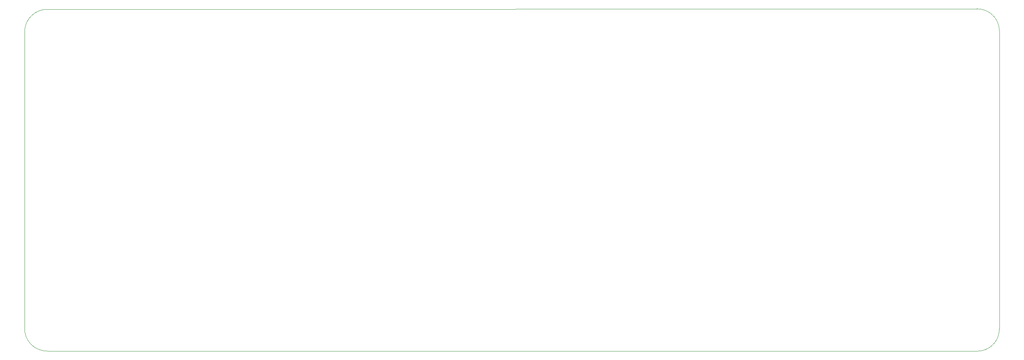
<source format=gm1>
G04 #@! TF.GenerationSoftware,KiCad,Pcbnew,6.0.8-f2edbf62ab~116~ubuntu20.04.1*
G04 #@! TF.CreationDate,2022-10-14T13:30:28-04:00*
G04 #@! TF.ProjectId,developmentboard,64657665-6c6f-4706-9d65-6e74626f6172,rev?*
G04 #@! TF.SameCoordinates,Original*
G04 #@! TF.FileFunction,Profile,NP*
%FSLAX46Y46*%
G04 Gerber Fmt 4.6, Leading zero omitted, Abs format (unit mm)*
G04 Created by KiCad (PCBNEW 6.0.8-f2edbf62ab~116~ubuntu20.04.1) date 2022-10-14 13:30:28*
%MOMM*%
%LPD*%
G01*
G04 APERTURE LIST*
G04 #@! TA.AperFunction,Profile*
%ADD10C,0.100000*%
G04 #@! TD*
G04 APERTURE END LIST*
D10*
X255994000Y-125178191D02*
G75*
G03*
X261094000Y-120056000I56000J5044291D01*
G01*
X261093955Y-52156000D02*
G75*
G03*
X255994000Y-47156000I-5027255J-26800D01*
G01*
X261094000Y-52156000D02*
X261094000Y-120056000D01*
X255994000Y-125178183D02*
X44494000Y-125156000D01*
X44394000Y-47255995D02*
G75*
G03*
X39294000Y-52456000I59620J-5159435D01*
G01*
X39294000Y-119856000D02*
X39294000Y-52456000D01*
X44394000Y-47256000D02*
X255994000Y-47156000D01*
X39294011Y-119856000D02*
G75*
G03*
X44494000Y-125156000I5138089J-159800D01*
G01*
M02*

</source>
